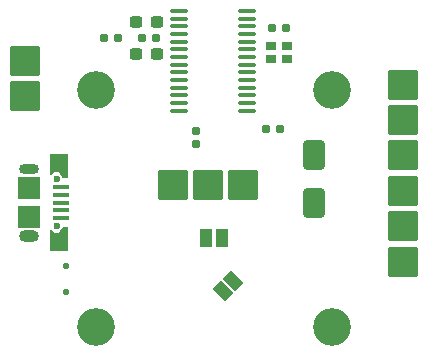
<source format=gbr>
%TF.GenerationSoftware,KiCad,Pcbnew,7.0.6-7.0.6~ubuntu22.04.1*%
%TF.CreationDate,2023-07-18T23:37:18-07:00*%
%TF.ProjectId,NHz_F4_FC,4e487a5f-4634-45f4-9643-2e6b69636164,rev?*%
%TF.SameCoordinates,Original*%
%TF.FileFunction,Soldermask,Bot*%
%TF.FilePolarity,Negative*%
%FSLAX46Y46*%
G04 Gerber Fmt 4.6, Leading zero omitted, Abs format (unit mm)*
G04 Created by KiCad (PCBNEW 7.0.6-7.0.6~ubuntu22.04.1) date 2023-07-18 23:37:18*
%MOMM*%
%LPD*%
G01*
G04 APERTURE LIST*
G04 Aperture macros list*
%AMRoundRect*
0 Rectangle with rounded corners*
0 $1 Rounding radius*
0 $2 $3 $4 $5 $6 $7 $8 $9 X,Y pos of 4 corners*
0 Add a 4 corners polygon primitive as box body*
4,1,4,$2,$3,$4,$5,$6,$7,$8,$9,$2,$3,0*
0 Add four circle primitives for the rounded corners*
1,1,$1+$1,$2,$3*
1,1,$1+$1,$4,$5*
1,1,$1+$1,$6,$7*
1,1,$1+$1,$8,$9*
0 Add four rect primitives between the rounded corners*
20,1,$1+$1,$2,$3,$4,$5,0*
20,1,$1+$1,$4,$5,$6,$7,0*
20,1,$1+$1,$6,$7,$8,$9,0*
20,1,$1+$1,$8,$9,$2,$3,0*%
%AMRotRect*
0 Rectangle, with rotation*
0 The origin of the aperture is its center*
0 $1 length*
0 $2 width*
0 $3 Rotation angle, in degrees counterclockwise*
0 Add horizontal line*
21,1,$1,$2,0,0,$3*%
%AMFreePoly0*
4,1,9,0.800000,0.650000,0.550000,0.400000,0.550000,0.000000,1.050000,-0.350000,1.050000,-0.800000,-1.050000,-0.800000,-1.050000,0.800000,0.800000,0.800000,0.800000,0.650000,0.800000,0.650000,$1*%
%AMFreePoly1*
4,1,9,1.050000,-0.800000,-1.050000,-0.800000,-1.050000,-0.350000,-0.550000,0.000000,-0.550000,0.400000,-0.800000,0.650000,-0.800000,0.800000,1.050000,0.800000,1.050000,-0.800000,1.050000,-0.800000,$1*%
G04 Aperture macros list end*
%ADD10C,3.200000*%
%ADD11RoundRect,0.160000X0.197500X0.160000X-0.197500X0.160000X-0.197500X-0.160000X0.197500X-0.160000X0*%
%ADD12RoundRect,0.125000X1.125000X1.125000X-1.125000X1.125000X-1.125000X-1.125000X1.125000X-1.125000X0*%
%ADD13C,0.600000*%
%ADD14R,1.350000X0.400000*%
%ADD15FreePoly0,90.000000*%
%ADD16O,1.700000X1.000000*%
%ADD17R,1.900000X1.900000*%
%ADD18O,1.700000X0.850000*%
%ADD19FreePoly1,90.000000*%
%ADD20RoundRect,0.125000X-0.125000X0.125000X-0.125000X-0.125000X0.125000X-0.125000X0.125000X0.125000X0*%
%ADD21RoundRect,0.155000X-0.212500X-0.155000X0.212500X-0.155000X0.212500X0.155000X-0.212500X0.155000X0*%
%ADD22RoundRect,0.250000X0.650000X-1.000000X0.650000X1.000000X-0.650000X1.000000X-0.650000X-1.000000X0*%
%ADD23RotRect,1.000000X1.500000X45.000000*%
%ADD24RoundRect,0.155000X0.212500X0.155000X-0.212500X0.155000X-0.212500X-0.155000X0.212500X-0.155000X0*%
%ADD25RoundRect,0.237500X0.300000X0.237500X-0.300000X0.237500X-0.300000X-0.237500X0.300000X-0.237500X0*%
%ADD26RoundRect,0.160000X-0.197500X-0.160000X0.197500X-0.160000X0.197500X0.160000X-0.197500X0.160000X0*%
%ADD27R,0.900000X0.800000*%
%ADD28R,1.000000X1.500000*%
%ADD29RoundRect,0.155000X-0.155000X0.212500X-0.155000X-0.212500X0.155000X-0.212500X0.155000X0.212500X0*%
%ADD30RoundRect,0.100000X0.637500X0.100000X-0.637500X0.100000X-0.637500X-0.100000X0.637500X-0.100000X0*%
G04 APERTURE END LIST*
D10*
%TO.C,H2*%
X140000000Y-40000000D03*
%TD*%
%TO.C,H4*%
X120000000Y-60000000D03*
%TD*%
%TO.C,H1*%
X120000000Y-40000000D03*
%TD*%
%TO.C,H3*%
X140000000Y-60000000D03*
%TD*%
D11*
%TO.C,R13*%
X121897500Y-35600000D03*
X120702500Y-35600000D03*
%TD*%
D12*
%TO.C,TP30*%
X129500000Y-48000000D03*
%TD*%
%TO.C,TP5*%
X146000000Y-48500000D03*
%TD*%
D13*
%TO.C,J1*%
X116710000Y-51500000D03*
X116710000Y-47500000D03*
D14*
X117035000Y-50800000D03*
X117035000Y-50150000D03*
X117035000Y-49500000D03*
X117035000Y-48850000D03*
X117035000Y-48200000D03*
D15*
X116910000Y-52600000D03*
D16*
X114360000Y-52325000D03*
D17*
X114360000Y-50700000D03*
X114360000Y-48300000D03*
D18*
X114360000Y-46675000D03*
D19*
X116910000Y-46400000D03*
%TD*%
D20*
%TO.C,D5*%
X117500000Y-54900000D03*
X117500000Y-57100000D03*
%TD*%
D12*
%TO.C,TP4*%
X146000000Y-42500000D03*
%TD*%
%TO.C,TP6*%
X146000000Y-54500000D03*
%TD*%
%TO.C,TP3*%
X146000000Y-45500000D03*
%TD*%
D21*
%TO.C,C1*%
X134932500Y-34700000D03*
X136067500Y-34700000D03*
%TD*%
D12*
%TO.C,TP25*%
X132500000Y-48000000D03*
%TD*%
D22*
%TO.C,D1*%
X138500000Y-49500000D03*
X138500000Y-45500000D03*
%TD*%
D12*
%TO.C,TP32*%
X114000000Y-37500000D03*
%TD*%
D23*
%TO.C,SW2*%
X130732429Y-57010783D03*
X131651667Y-56091545D03*
%TD*%
D24*
%TO.C,C2*%
X125067500Y-35600000D03*
X123932500Y-35600000D03*
%TD*%
D12*
%TO.C,TP29*%
X126500000Y-48000000D03*
%TD*%
%TO.C,TP18*%
X146000000Y-39500000D03*
%TD*%
D25*
%TO.C,C23*%
X125162500Y-34200000D03*
X123437500Y-34200000D03*
%TD*%
D26*
%TO.C,R12*%
X134402500Y-43300000D03*
X135597500Y-43300000D03*
%TD*%
D25*
%TO.C,C24*%
X125162500Y-36900000D03*
X123437500Y-36900000D03*
%TD*%
D27*
%TO.C,Y3*%
X136200000Y-37350000D03*
X134800000Y-37350000D03*
X134800000Y-36250000D03*
X136200000Y-36250000D03*
%TD*%
D28*
%TO.C,SW1*%
X130650000Y-52500000D03*
X129350000Y-52500000D03*
%TD*%
D12*
%TO.C,TP31*%
X114000000Y-40500000D03*
%TD*%
D29*
%TO.C,C22*%
X128500000Y-43432500D03*
X128500000Y-44567500D03*
%TD*%
D12*
%TO.C,TP22*%
X146000000Y-51500000D03*
%TD*%
D30*
%TO.C,U8*%
X132762500Y-33275000D03*
X132762500Y-33925000D03*
X132762500Y-34575000D03*
X132762500Y-35225000D03*
X132762500Y-35875000D03*
X132762500Y-36525000D03*
X132762500Y-37175000D03*
X132762500Y-37825000D03*
X132762500Y-38475000D03*
X132762500Y-39125000D03*
X132762500Y-39775000D03*
X132762500Y-40425000D03*
X132762500Y-41075000D03*
X132762500Y-41725000D03*
X127037500Y-41725000D03*
X127037500Y-41075000D03*
X127037500Y-40425000D03*
X127037500Y-39775000D03*
X127037500Y-39125000D03*
X127037500Y-38475000D03*
X127037500Y-37825000D03*
X127037500Y-37175000D03*
X127037500Y-36525000D03*
X127037500Y-35875000D03*
X127037500Y-35225000D03*
X127037500Y-34575000D03*
X127037500Y-33925000D03*
X127037500Y-33275000D03*
%TD*%
M02*

</source>
